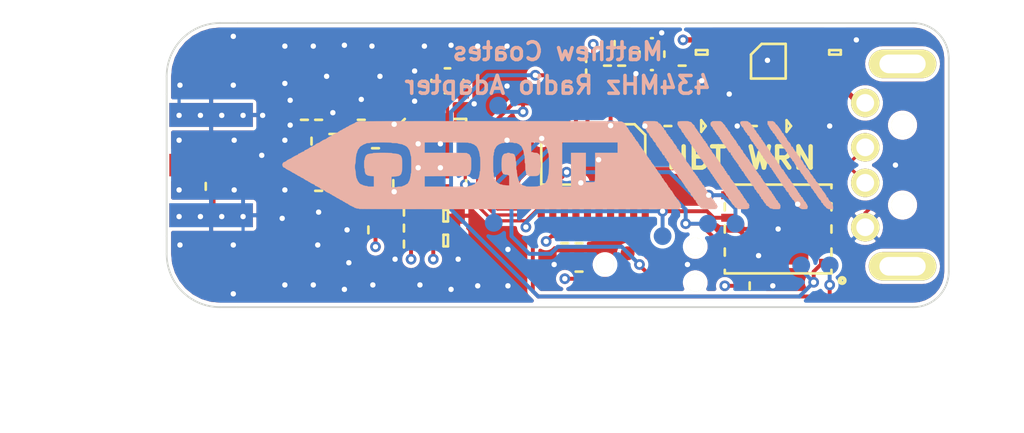
<source format=kicad_pcb>
(kicad_pcb (version 4) (host pcbnew 4.0.2-4+6225~38~ubuntu14.04.1-stable)
  (layers (0 F.Cu signal) (1 In1.Cu signal) (2 In2.Cu signal) (31 B.Cu signal) (34 B.Paste user) (35 F.Paste user) (36 B.SilkS user) (37 F.SilkS user) (38 B.Mask user) (39 F.Mask user) (44 Edge.Cuts user))
  (net 0 "")
  (net 1 "Net-(IC2-Pad3)")
  (net 2 "Net-(IC3-Pad7)")
  (net 3 "Net-(IC3-Pad9)")
  (net 4 "Net-(IC3-Pad10)")
  (net 5 "Net-(IC3-Pad16)")
  (net 6 "Net-(IC3-Pad17)")
  (net 7 "Net-(IC3-Pad19)")
  (net 8 "Net-(IC3-Pad20)")
  (net 9 "Net-(J1-Pad6)")
  (net 10 "Net-(J1-Pad5)")
  (net 11 GND)
  (net 12 "Net-(C1-Pad2)")
  (net 13 3v3)
  (net 14 "Net-(C2-Pad2)")
  (net 15 "Net-(C3-Pad1)")
  (net 16 "Net-(C3-Pad2)")
  (net 17 "Net-(C4-Pad1)")
  (net 18 "Net-(C4-Pad2)")
  (net 19 5v)
  (net 20 "Net-(C8-Pad1)")
  (net 21 "Net-(C9-Pad1)")
  (net 22 "Net-(C17-Pad2)")
  (net 23 "Net-(C18-Pad2)")
  (net 24 /~RST)
  (net 25 "Net-(D1-Pad1)")
  (net 26 /SPI1_NSS_FLASH)
  (net 27 /Radio_nIRQ)
  (net 28 /SPI1_NSS_RADIO)
  (net 29 /SPI1_SCK)
  (net 30 /SPI1_MISO)
  (net 31 /SPI1_MOSI)
  (net 32 /USB_DM)
  (net 33 /USB_DP)
  (net 34 /SWDIO)
  (net 35 /SWCLK)
  (net 36 "Net-(IC4-Pad3)")
  (net 37 /FLASH_RST)
  (net 38 "Net-(P2-Pad6)")
  (net 39 "Net-(D2-Pad2)")
  (net 40 "Net-(D3-Pad2)")
  (net 41 /STAT_HBT)
  (net 42 /STAT_WRN)
  (module agg:TSSOP20 (layer F.Cu) (at 156 101.4 270)
    (fp_text reference IC2)
    (fp_text value STM32F042F6P6)
    (pad 1 smd rect (at -2.875 -2.925 270) (size 1.35 0.4) (layers F.Cu F.Paste F.Mask) (net 11 GND))
    (pad 2 smd rect (at -2.875 -2.275 270) (size 1.35 0.4) (layers F.Cu F.Paste F.Mask) (net 22 "Net-(C17-Pad2)"))
    (pad 3 smd rect (at -2.875 -1.625 270) (size 1.35 0.4) (layers F.Cu F.Paste F.Mask) (net 1 "Net-(IC2-Pad3)"))
    (pad 4 smd rect (at -2.875 -0.975 270) (size 1.35 0.4) (layers F.Cu F.Paste F.Mask) (net 24 /~RST))
    (pad 5 smd rect (at -2.875 -0.325 270) (size 1.35 0.4) (layers F.Cu F.Paste F.Mask) (net 13 3v3))
    (pad 6 smd rect (at -2.875 0.325 270) (size 1.35 0.4) (layers F.Cu F.Paste F.Mask) (net 41 /STAT_HBT))
    (pad 7 smd rect (at -2.875 0.975 270) (size 1.35 0.4) (layers F.Cu F.Paste F.Mask) (net 42 /STAT_WRN))
    (pad 8 smd rect (at -2.875 1.625 270) (size 1.35 0.4) (layers F.Cu F.Paste F.Mask) (net 26 /SPI1_NSS_FLASH))
    (pad 9 smd rect (at -2.875 2.275 270) (size 1.35 0.4) (layers F.Cu F.Paste F.Mask) (net 27 /Radio_nIRQ))
    (pad 10 smd rect (at -2.875 2.925 270) (size 1.35 0.4) (layers F.Cu F.Paste F.Mask) (net 28 /SPI1_NSS_RADIO))
    (pad 11 smd rect (at 2.875 2.925 270) (size 1.35 0.4) (layers F.Cu F.Paste F.Mask) (net 29 /SPI1_SCK))
    (pad 12 smd rect (at 2.875 2.275 270) (size 1.35 0.4) (layers F.Cu F.Paste F.Mask) (net 30 /SPI1_MISO))
    (pad 13 smd rect (at 2.875 1.625 270) (size 1.35 0.4) (layers F.Cu F.Paste F.Mask) (net 31 /SPI1_MOSI))
    (pad 14 smd rect (at 2.875 0.975 270) (size 1.35 0.4) (layers F.Cu F.Paste F.Mask) (net 37 /FLASH_RST))
    (pad 15 smd rect (at 2.875 0.325 270) (size 1.35 0.4) (layers F.Cu F.Paste F.Mask) (net 11 GND))
    (pad 16 smd rect (at 2.875 -0.325 270) (size 1.35 0.4) (layers F.Cu F.Paste F.Mask) (net 13 3v3))
    (pad 17 smd rect (at 2.875 -0.975 270) (size 1.35 0.4) (layers F.Cu F.Paste F.Mask) (net 32 /USB_DM))
    (pad 18 smd rect (at 2.875 -1.625 270) (size 1.35 0.4) (layers F.Cu F.Paste F.Mask) (net 33 /USB_DP))
    (pad 19 smd rect (at 2.875 -2.275 270) (size 1.35 0.4) (layers F.Cu F.Paste F.Mask) (net 34 /SWDIO))
    (pad 20 smd rect (at 2.875 -2.925 270) (size 1.35 0.4) (layers F.Cu F.Paste F.Mask) (net 35 /SWCLK))
  )
  (module agg:MSOP-8 (layer F.Cu) (at 165.85 96.15)
    (fp_text reference IC1)
    (fp_text value ADP3335)
    (pad 1 smd rect (at -2.2 -0.975) (size 1.45 0.45) (layers F.Cu F.Paste F.Mask) (net 13 3v3))
    (pad 2 smd rect (at -2.2 -0.325) (size 1.45 0.45) (layers F.Cu F.Paste F.Mask) (net 13 3v3))
    (pad 3 smd rect (at -2.2 0.325) (size 1.45 0.45) (layers F.Cu F.Paste F.Mask) (net 13 3v3))
    (pad 4 smd rect (at -2.2 0.975) (size 1.45 0.45) (layers F.Cu F.Paste F.Mask) (net 11 GND))
    (pad 5 smd rect (at 2.2 0.975) (size 1.45 0.45) (layers F.Cu F.Paste F.Mask) (net 14 "Net-(C2-Pad2)"))
    (pad 6 smd rect (at 2.2 0.325) (size 1.45 0.45) (layers F.Cu F.Paste F.Mask) (net 19 5v))
    (pad 7 smd rect (at 2.2 -0.325) (size 1.45 0.45) (layers F.Cu F.Paste F.Mask) (net 19 5v))
    (pad 8 smd rect (at 2.2 -0.975) (size 1.45 0.45) (layers F.Cu F.Paste F.Mask) (net 19 5v))
  )
  (module agg:QFN-20-EP-SI (layer F.Cu) (at 146.8 101.45)
    (fp_text reference IC3)
    (fp_text value Si4460)
    (pad 1 smd rect (at -2 -1) (size 0.75 0.3) (layers F.Cu F.Paste F.Mask) (net 11 GND))
    (pad 2 smd rect (at -2 -0.5) (size 0.75 0.3) (layers F.Cu F.Paste F.Mask) (net 12 "Net-(C1-Pad2)"))
    (pad 3 smd rect (at -2 0) (size 0.75 0.3) (layers F.Cu F.Paste F.Mask) (net 15 "Net-(C3-Pad1)"))
    (pad 4 smd rect (at -2 0.5) (size 0.75 0.3) (layers F.Cu F.Paste F.Mask) (net 17 "Net-(C4-Pad1)"))
    (pad 5 smd rect (at -2 1) (size 0.75 0.3) (layers F.Cu F.Paste F.Mask) (net 11 GND))
    (pad 6 smd rect (at -1 2) (size 0.3 0.75) (layers F.Cu F.Paste F.Mask) (net 13 3v3))
    (pad 7 smd rect (at -0.5 2) (size 0.3 0.75) (layers F.Cu F.Paste F.Mask) (net 2 "Net-(IC3-Pad7)"))
    (pad 8 smd rect (at 0 2) (size 0.3 0.75) (layers F.Cu F.Paste F.Mask) (net 13 3v3))
    (pad 9 smd rect (at 0.5 2) (size 0.3 0.75) (layers F.Cu F.Paste F.Mask) (net 3 "Net-(IC3-Pad9)"))
    (pad 10 smd rect (at 1 2) (size 0.3 0.75) (layers F.Cu F.Paste F.Mask) (net 4 "Net-(IC3-Pad10)"))
    (pad 11 smd rect (at 2 1) (size 0.75 0.3) (layers F.Cu F.Paste F.Mask) (net 27 /Radio_nIRQ))
    (pad 12 smd rect (at 2 0.5) (size 0.75 0.3) (layers F.Cu F.Paste F.Mask) (net 29 /SPI1_SCK))
    (pad 13 smd rect (at 2 0) (size 0.75 0.3) (layers F.Cu F.Paste F.Mask) (net 30 /SPI1_MISO))
    (pad 14 smd rect (at 2 -0.5) (size 0.75 0.3) (layers F.Cu F.Paste F.Mask) (net 31 /SPI1_MOSI))
    (pad 15 smd rect (at 2 -1) (size 0.75 0.3) (layers F.Cu F.Paste F.Mask) (net 28 /SPI1_NSS_RADIO))
    (pad 16 smd rect (at 1 -2) (size 0.3 0.75) (layers F.Cu F.Paste F.Mask) (net 5 "Net-(IC3-Pad16)"))
    (pad 17 smd rect (at 0.5 -2) (size 0.3 0.75) (layers F.Cu F.Paste F.Mask) (net 6 "Net-(IC3-Pad17)"))
    (pad 18 smd rect (at 0 -2) (size 0.3 0.75) (layers F.Cu F.Paste F.Mask) (net 11 GND))
    (pad 19 smd rect (at -0.5 -2) (size 0.3 0.75) (layers F.Cu F.Paste F.Mask) (net 7 "Net-(IC3-Pad19)"))
    (pad 20 smd rect (at -1 -2) (size 0.3 0.75) (layers F.Cu F.Paste F.Mask) (net 8 "Net-(IC3-Pad20)"))
    (pad EP smd rect (at -0.65 -0.65) (size 1.1 1.1) (layers F.Cu F.Paste) (net 11 GND))
    (pad EP smd rect (at -0.65 0.65) (size 1.1 1.1) (layers F.Cu F.Paste) (net 11 GND))
    (pad EP smd rect (at 0.65 -0.65) (size 1.1 1.1) (layers F.Cu F.Paste) (net 11 GND))
    (pad EP smd rect (at 0.65 0.65) (size 1.1 1.1) (layers F.Cu F.Paste) (net 11 GND))
    (pad EP smd rect (at 0 0) (size 2.6 2.6) (layers F.Cu F.Mask) (net 11 GND))
  )
  (module "agg:MOLEX  48037-0001" (layer F.Cu) (at 173.4 102 90)
    (fp_text reference J1)
    (fp_text value USB-PLUG)
    (pad 6 thru_hole oval (at -5.7 0 90) (size 1.6 3.8) (drill oval 1.05 2.6) (layers *.Cu *.Mask F.SilkS) (net 9 "Net-(J1-Pad6)"))
    (pad 5 thru_hole oval (at 5.7 0 90) (size 1.6 3.8) (drill oval 1.05 2.6) (layers *.Cu *.Mask F.SilkS) (net 10 "Net-(J1-Pad5)"))
    (pad "" np_thru_hole circle (at -2.25 0 90) (size 1.25 1.25) (drill 1.25) (layers *.Cu *.Mask F.SilkS))
    (pad "" np_thru_hole circle (at 2.25 0 90) (size 1.25 1.25) (drill 1.25) (layers *.Cu *.Mask F.SilkS))
    (pad 3 thru_hole circle (at -1 -2.1 90) (size 1.6 1.6) (drill 1) (layers *.Cu *.Mask F.SilkS) (net 33 /USB_DP))
    (pad 2 thru_hole circle (at 1 -2.1 90) (size 1.6 1.6) (drill 1) (layers *.Cu *.Mask F.SilkS) (net 32 /USB_DM))
    (pad 1 thru_hole circle (at 3.5 -2.1 90) (size 1.6 1.6) (drill 1) (layers *.Cu *.Mask F.SilkS) (net 19 5v))
    (pad 4 thru_hole circle (at -3.5 -2.1 90) (size 1.6 1.6) (drill 1) (layers *.Cu *.Mask F.SilkS) (net 11 GND))
  )
  (module Library:SMA-J-P-H-ST-EM1 (layer F.Cu) (at 132.15 102 270)
    (fp_text reference P1)
    (fp_text value SMA)
    (pad 1 smd rect (at 0 -2.1 270) (size 1.27 4.2) (layers F.Cu F.Paste F.Mask) (net 25 "Net-(D1-Pad1)"))
    (pad 2 smd rect (at -2.825 -2.35 270) (size 1.35 4.7) (layers F.Cu F.Paste F.Mask) (net 11 GND))
    (pad 3 smd rect (at 2.825 -2.35 270) (size 1.35 4.7) (layers F.Cu F.Paste F.Mask) (net 11 GND))
    (pad 4 smd rect (at -2.825 -2.35 270) (size 1.35 4.7) (layers B.Cu B.Adhes B.Mask) (net 11 GND))
    (pad 5 smd rect (at 2.825 -2.35 270) (size 1.35 4.7) (layers B.Cu B.Adhes B.Mask) (net 11 GND))
  )
  (module agg:0402-L (layer F.Cu) (at 142.95 99.45 270)
    (fp_text reference C1)
    (fp_text value 5.1pF)
    (pad 1 smd rect (at -0.4 0 270) (size 0.52 0.52) (layers F.Cu F.Paste F.Mask) (net 11 GND))
    (pad 2 smd rect (at 0.4 0 270) (size 0.52 0.52) (layers F.Cu F.Paste F.Mask) (net 12 "Net-(C1-Pad2)"))
  )
  (module agg:0402-L (layer F.Cu) (at 165.85 98.4)
    (fp_text reference C2)
    (fp_text value 1nF)
    (pad 1 smd rect (at -0.4 0) (size 0.52 0.52) (layers F.Cu F.Paste F.Mask) (net 13 3v3))
    (pad 2 smd rect (at 0.4 0) (size 0.52 0.52) (layers F.Cu F.Paste F.Mask) (net 14 "Net-(C2-Pad2)"))
  )
  (module agg:0402-L (layer F.Cu) (at 142.55 101.45 180)
    (fp_text reference C3)
    (fp_text value 2.7pF)
    (pad 1 smd rect (at -0.4 0 180) (size 0.52 0.52) (layers F.Cu F.Paste F.Mask) (net 15 "Net-(C3-Pad1)"))
    (pad 2 smd rect (at 0.4 0 180) (size 0.52 0.52) (layers F.Cu F.Paste F.Mask) (net 16 "Net-(C3-Pad2)"))
  )
  (module agg:0402-L (layer F.Cu) (at 143.35 102.250001 180)
    (fp_text reference C4)
    (fp_text value 18pF)
    (pad 1 smd rect (at -0.4 0 180) (size 0.52 0.52) (layers F.Cu F.Paste F.Mask) (net 17 "Net-(C4-Pad1)"))
    (pad 2 smd rect (at 0.4 0 180) (size 0.52 0.52) (layers F.Cu F.Paste F.Mask) (net 18 "Net-(C4-Pad2)"))
  )
  (module agg:0603-L (layer F.Cu) (at 169.6 95.65 90)
    (fp_text reference C5)
    (fp_text value 2.2uF)
    (pad 1 smd rect (at -0.7 0 90) (size 0.75 0.9) (layers F.Cu F.Paste F.Mask) (net 19 5v))
    (pad 2 smd rect (at 0.7 0 90) (size 0.75 0.9) (layers F.Cu F.Paste F.Mask) (net 11 GND))
  )
  (module agg:0603-L (layer F.Cu) (at 162.1 95.65 270)
    (fp_text reference C6)
    (fp_text value 2.2uF)
    (pad 1 smd rect (at -0.7 0 270) (size 0.75 0.9) (layers F.Cu F.Paste F.Mask) (net 13 3v3))
    (pad 2 smd rect (at 0.7 0 270) (size 0.75 0.9) (layers F.Cu F.Paste F.Mask) (net 11 GND))
  )
  (module agg:0402-L (layer F.Cu) (at 140.55 103.45 270)
    (fp_text reference C7)
    (fp_text value 8.2pF)
    (pad 1 smd rect (at -0.4 0 270) (size 0.52 0.52) (layers F.Cu F.Paste F.Mask) (net 16 "Net-(C3-Pad2)"))
    (pad 2 smd rect (at 0.4 0 270) (size 0.52 0.52) (layers F.Cu F.Paste F.Mask) (net 11 GND))
  )
  (module agg:0402-L (layer F.Cu) (at 141.35 100.250001 90)
    (fp_text reference C8)
    (fp_text value 15pF)
    (pad 1 smd rect (at -0.4 0 90) (size 0.52 0.52) (layers F.Cu F.Paste F.Mask) (net 20 "Net-(C8-Pad1)"))
    (pad 2 smd rect (at 0.4 0 90) (size 0.52 0.52) (layers F.Cu F.Paste F.Mask) (net 11 GND))
  )
  (module agg:0402-L (layer F.Cu) (at 140.55 99.450001 90)
    (fp_text reference C9)
    (fp_text value 8.2pF)
    (pad 1 smd rect (at -0.4 0 90) (size 0.52 0.52) (layers F.Cu F.Paste F.Mask) (net 21 "Net-(C9-Pad1)"))
    (pad 2 smd rect (at 0.4 0 90) (size 0.52 0.52) (layers F.Cu F.Paste F.Mask) (net 11 GND))
  )
  (module agg:0402-L (layer F.Cu) (at 143.35 105.65 180)
    (fp_text reference C10)
    (fp_text value 100nF)
    (pad 1 smd rect (at -0.4 0 180) (size 0.52 0.52) (layers F.Cu F.Paste F.Mask) (net 13 3v3))
    (pad 2 smd rect (at 0.4 0 180) (size 0.52 0.52) (layers F.Cu F.Paste F.Mask) (net 11 GND))
  )
  (module agg:0603-L (layer F.Cu) (at 147.7 106.25)
    (fp_text reference C11)
    (fp_text value 2.2uF)
    (pad 1 smd rect (at -0.7 0) (size 0.75 0.9) (layers F.Cu F.Paste F.Mask) (net 13 3v3))
    (pad 2 smd rect (at 0.7 0) (size 0.75 0.9) (layers F.Cu F.Paste F.Mask) (net 11 GND))
  )
  (module agg:0603-L (layer F.Cu) (at 147.7 104.85)
    (fp_text reference C12)
    (fp_text value 1uF)
    (pad 1 smd rect (at -0.7 0) (size 0.75 0.9) (layers F.Cu F.Paste F.Mask) (net 13 3v3))
    (pad 2 smd rect (at 0.7 0) (size 0.75 0.9) (layers F.Cu F.Paste F.Mask) (net 11 GND))
  )
  (module agg:0402-L (layer F.Cu) (at 145.35 106.45 180)
    (fp_text reference C13)
    (fp_text value 100nF)
    (pad 1 smd rect (at -0.4 0 180) (size 0.52 0.52) (layers F.Cu F.Paste F.Mask) (net 13 3v3))
    (pad 2 smd rect (at 0.4 0 180) (size 0.52 0.52) (layers F.Cu F.Paste F.Mask) (net 11 GND))
  )
  (module agg:0402-L (layer F.Cu) (at 145.35 104.65 180)
    (fp_text reference C14)
    (fp_text value 100pF)
    (pad 1 smd rect (at -0.4 0 180) (size 0.52 0.52) (layers F.Cu F.Paste F.Mask) (net 13 3v3))
    (pad 2 smd rect (at 0.4 0 180) (size 0.52 0.52) (layers F.Cu F.Paste F.Mask) (net 11 GND))
  )
  (module agg:0402-L (layer F.Cu) (at 145.35 105.55 180)
    (fp_text reference C15)
    (fp_text value 220pF)
    (pad 1 smd rect (at -0.4 0 180) (size 0.52 0.52) (layers F.Cu F.Paste F.Mask) (net 13 3v3))
    (pad 2 smd rect (at 0.4 0 180) (size 0.52 0.52) (layers F.Cu F.Paste F.Mask) (net 11 GND))
  )
  (module agg:0402-L (layer F.Cu) (at 164.8 108.8)
    (fp_text reference C16)
    (fp_text value 100nF)
    (pad 1 smd rect (at -0.4 0) (size 0.52 0.52) (layers F.Cu F.Paste F.Mask) (net 13 3v3))
    (pad 2 smd rect (at 0.4 0) (size 0.52 0.52) (layers F.Cu F.Paste F.Mask) (net 11 GND))
  )
  (module agg:0402-L (layer F.Cu) (at 161 96.4 270)
    (fp_text reference C17)
    (fp_text value 8pF)
    (pad 1 smd rect (at -0.4 0 270) (size 0.52 0.52) (layers F.Cu F.Paste F.Mask) (net 11 GND))
    (pad 2 smd rect (at 0.4 0 270) (size 0.52 0.52) (layers F.Cu F.Paste F.Mask) (net 22 "Net-(C17-Pad2)"))
  )
  (module agg:0402-L (layer F.Cu) (at 157.2 95.2)
    (fp_text reference C18)
    (fp_text value 8pF)
    (pad 1 smd rect (at -0.4 0) (size 0.52 0.52) (layers F.Cu F.Paste F.Mask) (net 11 GND))
    (pad 2 smd rect (at 0.4 0) (size 0.52 0.52) (layers F.Cu F.Paste F.Mask) (net 23 "Net-(C18-Pad2)"))
  )
  (module agg:0402-L (layer F.Cu) (at 155.6 96.8 180)
    (fp_text reference C19)
    (fp_text value 100nF)
    (pad 1 smd rect (at -0.4 0 180) (size 0.52 0.52) (layers F.Cu F.Paste F.Mask) (net 13 3v3))
    (pad 2 smd rect (at 0.4 0 180) (size 0.52 0.52) (layers F.Cu F.Paste F.Mask) (net 11 GND))
  )
  (module agg:0402-L (layer F.Cu) (at 155.2 106.4 270)
    (fp_text reference C20)
    (fp_text value 100nF)
    (pad 1 smd rect (at -0.4 0 270) (size 0.52 0.52) (layers F.Cu F.Paste F.Mask) (net 13 3v3))
    (pad 2 smd rect (at 0.4 0 270) (size 0.52 0.52) (layers F.Cu F.Paste F.Mask) (net 11 GND))
  )
  (module agg:0402-L (layer F.Cu) (at 155.6 96 180)
    (fp_text reference C21)
    (fp_text value 1uF)
    (pad 1 smd rect (at -0.4 0 180) (size 0.52 0.52) (layers F.Cu F.Paste F.Mask) (net 13 3v3))
    (pad 2 smd rect (at 0.4 0 180) (size 0.52 0.52) (layers F.Cu F.Paste F.Mask) (net 11 GND))
  )
  (module agg:0402-L (layer F.Cu) (at 154.4 106.4 270)
    (fp_text reference C22)
    (fp_text value 4.7uF)
    (pad 1 smd rect (at -0.4 0 270) (size 0.52 0.52) (layers F.Cu F.Paste F.Mask) (net 13 3v3))
    (pad 2 smd rect (at 0.4 0 270) (size 0.52 0.52) (layers F.Cu F.Paste F.Mask) (net 11 GND))
  )
  (module agg:0402-L (layer F.Cu) (at 155.2 108 90)
    (fp_text reference C23)
    (fp_text value 100nF)
    (pad 1 smd rect (at -0.4 0 90) (size 0.52 0.52) (layers F.Cu F.Paste F.Mask) (net 13 3v3))
    (pad 2 smd rect (at 0.4 0 90) (size 0.52 0.52) (layers F.Cu F.Paste F.Mask) (net 11 GND))
  )
  (module agg:0402-L (layer F.Cu) (at 156.8 96.4 90)
    (fp_text reference C24)
    (fp_text value 100nF)
    (pad 1 smd rect (at -0.4 0 90) (size 0.52 0.52) (layers F.Cu F.Paste F.Mask) (net 24 /~RST))
    (pad 2 smd rect (at 0.4 0 90) (size 0.52 0.52) (layers F.Cu F.Paste F.Mask) (net 11 GND))
  )
  (module agg:0402-L (layer F.Cu) (at 134.2 103.2)
    (fp_text reference D1)
    (fp_text value ESD_DIODE)
    (pad 1 smd rect (at -0.4 0) (size 0.52 0.52) (layers F.Cu F.Paste F.Mask) (net 25 "Net-(D1-Pad1)"))
    (pad 2 smd rect (at 0.4 0) (size 0.52 0.52) (layers F.Cu F.Paste F.Mask) (net 11 GND))
  )
  (module agg:0402-L (layer F.Cu) (at 143.75 101.05 90)
    (fp_text reference L1)
    (fp_text value 56nH)
    (pad 1 smd rect (at -0.4 0 90) (size 0.52 0.52) (layers F.Cu F.Paste F.Mask) (net 15 "Net-(C3-Pad1)"))
    (pad 2 smd rect (at 0.4 0 90) (size 0.52 0.52) (layers F.Cu F.Paste F.Mask) (net 12 "Net-(C1-Pad2)"))
  )
  (module agg:0402-L (layer F.Cu) (at 142.55 100.65 180)
    (fp_text reference L2)
    (fp_text value 56nH)
    (pad 1 smd rect (at -0.4 0 180) (size 0.52 0.52) (layers F.Cu F.Paste F.Mask) (net 12 "Net-(C1-Pad2)"))
    (pad 2 smd rect (at 0.4 0 180) (size 0.52 0.52) (layers F.Cu F.Paste F.Mask) (net 16 "Net-(C3-Pad2)"))
  )
  (module agg:0402-L (layer F.Cu) (at 140.55 101.85 90)
    (fp_text reference L3)
    (fp_text value 18nH)
    (pad 1 smd rect (at -0.4 0 90) (size 0.52 0.52) (layers F.Cu F.Paste F.Mask) (net 16 "Net-(C3-Pad2)"))
    (pad 2 smd rect (at 0.4 0 90) (size 0.52 0.52) (layers F.Cu F.Paste F.Mask) (net 20 "Net-(C8-Pad1)"))
  )
  (module agg:0402-L (layer F.Cu) (at 140.15 100.65 180)
    (fp_text reference L4)
    (fp_text value 18nH)
    (pad 1 smd rect (at -0.4 0 180) (size 0.52 0.52) (layers F.Cu F.Paste F.Mask) (net 20 "Net-(C8-Pad1)"))
    (pad 2 smd rect (at 0.4 0 180) (size 0.52 0.52) (layers F.Cu F.Paste F.Mask) (net 21 "Net-(C9-Pad1)"))
  )
  (module agg:0402-L (layer F.Cu) (at 141.75 102.25 180)
    (fp_text reference L5)
    (fp_text value 56nH)
    (pad 1 smd rect (at -0.4 0 180) (size 0.52 0.52) (layers F.Cu F.Paste F.Mask) (net 18 "Net-(C4-Pad2)"))
    (pad 2 smd rect (at 0.4 0 180) (size 0.52 0.52) (layers F.Cu F.Paste F.Mask) (net 16 "Net-(C3-Pad2)"))
  )
  (module agg:0603-L (layer F.Cu) (at 143.55 103.95 270)
    (fp_text reference L6)
    (fp_text value 220nH)
    (pad 1 smd rect (at -0.7 0 270) (size 0.75 0.9) (layers F.Cu F.Paste F.Mask) (net 17 "Net-(C4-Pad1)"))
    (pad 2 smd rect (at 0.7 0 270) (size 0.75 0.9) (layers F.Cu F.Paste F.Mask) (net 13 3v3))
  )
  (module agg:TC2030-NL (layer F.Cu) (at 159.2 107.6)
    (fp_text reference P2)
    (fp_text value SWD_TC)
    (pad 1 smd circle (at -1.27 0.64) (size 0.787 0.787) (layers F.Cu F.Mask) (net 13 3v3))
    (pad 2 smd circle (at -1.27 -0.63) (size 0.787 0.787) (layers F.Cu F.Mask) (net 34 /SWDIO))
    (pad 3 smd circle (at 0 0.64) (size 0.787 0.787) (layers F.Cu F.Mask) (net 24 /~RST))
    (pad 4 smd circle (at 0 -0.63) (size 0.787 0.787) (layers F.Cu F.Mask) (net 35 /SWCLK))
    (pad 5 smd circle (at 1.27 0.64) (size 0.787 0.787) (layers F.Cu F.Mask) (net 11 GND))
    (pad 6 smd circle (at 1.27 -0.63) (size 0.787 0.787) (layers F.Cu F.Mask) (net 38 "Net-(P2-Pad6)"))
    (pad "" np_thru_hole circle (at -2.54 0.005) (size 1 1) (drill 1) (layers *.Cu *.Mask F.SilkS))
    (pad "" np_thru_hole circle (at 2.54 1.021) (size 1 1) (drill 1) (layers *.Cu *.Mask F.SilkS))
    (pad "" np_thru_hole circle (at 2.54 -1.011) (size 1 1) (drill 1) (layers *.Cu *.Mask F.SilkS))
  )
  (module agg:0402-L (layer F.Cu) (at 139.75 99.45 90)
    (fp_text reference R1)
    (fp_text value 0R)
    (pad 1 smd rect (at -0.4 0 90) (size 0.52 0.52) (layers F.Cu F.Paste F.Mask) (net 21 "Net-(C9-Pad1)"))
    (pad 2 smd rect (at 0.4 0 90) (size 0.52 0.52) (layers F.Cu F.Paste F.Mask) (net 25 "Net-(D1-Pad1)"))
  )
  (module agg:0402-L (layer F.Cu) (at 157.6 96.4 270)
    (fp_text reference R2)
    (fp_text value 100R)
    (pad 1 smd rect (at -0.4 0 270) (size 0.52 0.52) (layers F.Cu F.Paste F.Mask) (net 23 "Net-(C18-Pad2)"))
    (pad 2 smd rect (at 0.4 0 270) (size 0.52 0.52) (layers F.Cu F.Paste F.Mask) (net 1 "Net-(IC2-Pad3)"))
  )
  (module agg:XTAL-20x16 (layer F.Cu) (at 147.8 97.25 270)
    (fp_text reference Y1)
    (fp_text value 30MHz)
    (pad 1 smd rect (at -0.575 -0.725 180) (size 0.95 0.85) (layers F.Cu F.Paste F.Mask) (net 5 "Net-(IC3-Pad16)"))
    (pad 2 smd rect (at -0.575 0.725 180) (size 0.95 0.85) (layers F.Cu F.Paste F.Mask) (net 11 GND))
    (pad 3 smd rect (at 0.575 0.725 180) (size 0.95 0.85) (layers F.Cu F.Paste F.Mask) (net 6 "Net-(IC3-Pad17)"))
    (pad 4 smd rect (at 0.575 -0.725 180) (size 0.95 0.85) (layers F.Cu F.Paste F.Mask) (net 11 GND))
  )
  (module agg:XTAL-20x16 (layer F.Cu) (at 159.3 95.75 180)
    (fp_text reference Y2)
    (fp_text value 26MHz)
    (pad 1 smd rect (at -0.575 -0.725 90) (size 0.95 0.85) (layers F.Cu F.Paste F.Mask) (net 22 "Net-(C17-Pad2)"))
    (pad 2 smd rect (at -0.575 0.725 90) (size 0.95 0.85) (layers F.Cu F.Paste F.Mask) (net 11 GND))
    (pad 3 smd rect (at 0.575 0.725 90) (size 0.95 0.85) (layers F.Cu F.Paste F.Mask) (net 23 "Net-(C18-Pad2)"))
    (pad 4 smd rect (at 0.575 -0.725 90) (size 0.95 0.85) (layers F.Cu F.Paste F.Mask) (net 11 GND))
  )
  (module agg:0603-LED (layer F.Cu) (at 162.2 99.8 180)
    (fp_text reference D2)
    (fp_text value LED)
    (pad 1 smd rect (at -0.8 0 180) (size 0.95 1) (layers F.Cu F.Paste F.Mask) (net 11 GND))
    (pad 2 smd rect (at 0.8 0 180) (size 0.95 1) (layers F.Cu F.Paste F.Mask) (net 39 "Net-(D2-Pad2)"))
  )
  (module agg:0603-LED (layer F.Cu) (at 167 99.8 180)
    (fp_text reference D3)
    (fp_text value LED)
    (pad 1 smd rect (at -0.8 0 180) (size 0.95 1) (layers F.Cu F.Paste F.Mask) (net 11 GND))
    (pad 2 smd rect (at 0.8 0 180) (size 0.95 1) (layers F.Cu F.Paste F.Mask) (net 40 "Net-(D3-Pad2)"))
  )
  (module agg:0402-L (layer F.Cu) (at 160.2 99.8 90)
    (fp_text reference R3)
    (fp_text value 1k)
    (pad 1 smd rect (at -0.4 0 90) (size 0.52 0.52) (layers F.Cu F.Paste F.Mask) (net 41 /STAT_HBT))
    (pad 2 smd rect (at 0.4 0 90) (size 0.52 0.52) (layers F.Cu F.Paste F.Mask) (net 39 "Net-(D2-Pad2)"))
  )
  (module agg:0402-L (layer F.Cu) (at 165 99.8 90)
    (fp_text reference R4)
    (fp_text value 1k)
    (pad 1 smd rect (at -0.4 0 90) (size 0.52 0.52) (layers F.Cu F.Paste F.Mask) (net 42 /STAT_WRN))
    (pad 2 smd rect (at 0.4 0 90) (size 0.52 0.52) (layers F.Cu F.Paste F.Mask) (net 40 "Net-(D3-Pad2)"))
  )
  (module Library:BMI-S-201-F (layer F.Cu) (at 138.15 109.25)
    (fp_text reference X1)
    (fp_text value "RF Frame")
  )
  (module Library:Rocket (layer B.Cu) (at 154 102.2 270)
    (fp_text reference G*** hide)
    (fp_text value LOGO hide)
  )
  (module agg:S25FL127S (layer F.Cu) (at 166.4 105.6 90)
    (fp_text reference IC4)
    (fp_text value S25FL127S)
    (pad 9 smd rect (at 0 0 180) (size 3.4 4) (layers F.Cu F.Paste F.Mask) (net 11 GND))
    (pad 1 smd rect (at -1.905 2.75) (size 0.9 0.45) (layers F.Cu F.Paste F.Mask) (net 26 /SPI1_NSS_FLASH))
    (pad 2 smd rect (at -0.635 2.75) (size 0.9 0.45) (layers F.Cu F.Paste F.Mask) (net 30 /SPI1_MISO))
    (pad 3 smd rect (at 0.635 2.75) (size 0.9 0.45) (layers F.Cu F.Paste F.Mask) (net 36 "Net-(IC4-Pad3)"))
    (pad 4 smd rect (at 1.905 2.75) (size 0.9 0.45) (layers F.Cu F.Paste F.Mask) (net 11 GND))
    (pad 5 smd rect (at 1.905 -2.75) (size 0.9 0.45) (layers F.Cu F.Paste F.Mask) (net 31 /SPI1_MOSI))
    (pad 6 smd rect (at 0.635 -2.75) (size 0.9 0.45) (layers F.Cu F.Paste F.Mask) (net 29 /SPI1_SCK))
    (pad 7 smd rect (at -0.635 -2.75) (size 0.9 0.45) (layers F.Cu F.Paste F.Mask) (net 37 /FLASH_RST))
    (pad 8 smd rect (at -1.905 -2.75) (size 0.9 0.45) (layers F.Cu F.Paste F.Mask) (net 13 3v3))
  )
  (module agg:TESTPAD (layer B.Cu) (at 159.9 106)
    (fp_text reference TP2 hide)
    (fp_text value TESTPAD hide)
    (pad 1 smd circle (at 0 0) (size 1 1) (layers B.Cu B.Mask) (net 29 /SPI1_SCK))
  )
  (module agg:TESTPAD (layer B.Cu) (at 169.3 107.65)
    (fp_text reference TP3 hide)
    (fp_text value TESTPAD hide)
    (pad 1 smd circle (at 0 0) (size 1 1) (layers B.Cu B.Mask) (net 30 /SPI1_MISO))
  )
  (module agg:TESTPAD (layer B.Cu) (at 150.4 105.25)
    (fp_text reference TP4 hide)
    (fp_text value TESTPAD hide)
    (pad 1 smd circle (at 0 0) (size 1 1) (layers B.Cu B.Mask) (net 27 /Radio_nIRQ))
  )
  (module agg:TESTPAD (layer B.Cu) (at 150.65 98.65)
    (fp_text reference TP5 hide)
    (fp_text value TESTPAD hide)
    (pad 1 smd circle (at 0 0) (size 1 1) (layers B.Cu B.Mask) (net 28 /SPI1_NSS_RADIO))
  )
  (module agg:TESTPAD (layer B.Cu) (at 164 105.3)
    (fp_text reference TP6 hide)
    (fp_text value TESTPAD hide)
    (pad 1 smd circle (at 0 0) (size 1 1) (layers B.Cu B.Mask) (net 31 /SPI1_MOSI))
  )
  (module agg:TESTPAD (layer B.Cu) (at 167.7 107.65)
    (fp_text reference TP7 hide)
    (fp_text value TESTPAD hide)
    (pad 1 smd circle (at 0 0) (size 1 1) (layers B.Cu B.Mask) (net 26 /SPI1_NSS_FLASH))
  )
  (module agg:TESTPAD (layer B.Cu) (at 162.45 105.3)
    (fp_text reference TP9 hide)
    (fp_text value TESTPAD hide)
    (pad 1 smd circle (at 0 0) (size 1 1) (layers B.Cu B.Mask) (net 37 /FLASH_RST))
  )
  (gr_line (start 164.8 108.61) (end 164.8 108.990001) (layer F.SilkS) (width 0.15))
  (gr_circle (center 170.05 108.5) (end 170 108.5) (layer F.SilkS) (width 0.15))
  (gr_circle (center 170 108.5) (end 170.05 108.5) (layer F.SilkS) (width 0.15))
  (gr_circle (center 170 108.5) (end 170.15 108.6) (layer F.SilkS) (width 0.15))
  (gr_text "434MHz Radio Adapter" (at 154 97.5) (layer B.SilkS) (effects (font (size 1 1) (thickness 0.2)) (justify mirror)))
  (gr_text "Matthew Coates" (at 154 95.6) (layer B.SilkS) (effects (font (size 1 1) (thickness 0.2)) (justify mirror)))
  (gr_line (start 142.55 100.840001) (end 142.55 100.46) (layer F.SilkS) (width 0.15))
  (gr_line (start 135 110) (end 136 110) (layer Edge.Cuts) (width 0.1))
  (gr_line (start 132 106) (end 132 107) (layer Edge.Cuts) (width 0.1))
  (gr_arc (start 135 107) (end 135 110) (angle 90) (layer Edge.Cuts) (width 0.1))
  (gr_line (start 132 97) (end 132 98) (layer Edge.Cuts) (width 0.1))
  (gr_line (start 135 94) (end 136 94) (layer Edge.Cuts) (width 0.1))
  (gr_arc (start 135 97) (end 132 97) (angle 90) (layer Edge.Cuts) (width 0.1))
  (gr_line (start 176 108) (end 176 96) (layer Edge.Cuts) (width 0.1))
  (gr_arc (start 174 108) (end 176 108) (angle 90) (layer Edge.Cuts) (width 0.1))
  (gr_arc (start 174 96) (end 174 94) (angle 90) (layer Edge.Cuts) (width 0.1))
  (gr_line (start 174 94) (end 136 94) (layer Edge.Cuts) (width 0.1))
  (gr_line (start 136 110) (end 174 110) (layer Edge.Cuts) (width 0.1))
  (gr_line (start 132 98) (end 132 106) (layer Edge.Cuts) (width 0.1))
  (gr_line (start 161.19 96.4) (end 160.809998 96.4) (layer F.SilkS) (width 0.15))
  (gr_line (start 165.2 99.8) (end 164.819998 99.8) (layer F.SilkS) (width 0.15))
  (gr_line (start 157.2 95.400001) (end 157.2 95.02) (layer F.SilkS) (width 0.15))
  (gr_line (start 157.409999 96.4) (end 157.79 96.4) (layer F.SilkS) (width 0.15))
  (gr_line (start 156.609999 96.4) (end 156.99 96.4) (layer F.SilkS) (width 0.15))
  (gr_line (start 155.6 95.81) (end 155.6 96.190001) (layer F.SilkS) (width 0.15))
  (gr_line (start 155.6 96.62) (end 155.6 97.000001) (layer F.SilkS) (width 0.15))
  (gr_line (start 160.390001 99.8) (end 160.01 99.8) (layer F.SilkS) (width 0.15))
  (gr_line (start 155.390001 108) (end 155.01 108) (layer F.SilkS) (width 0.15))
  (gr_line (start 155.390001 106.4) (end 155.01 106.4) (layer F.SilkS) (width 0.15))
  (gr_line (start 154.590001 106.4) (end 154.21 106.4) (layer F.SilkS) (width 0.15))
  (gr_line (start 134.2 103.390001) (end 134.2 103.01) (layer F.SilkS) (width 0.15))
  (gr_line (start 145.35 104.840001) (end 145.35 104.46) (layer F.SilkS) (width 0.15))
  (gr_line (start 145.35 106.640001) (end 145.35 106.26) (layer F.SilkS) (width 0.15))
  (gr_line (start 145.35 105.740001) (end 145.35 105.36) (layer F.SilkS) (width 0.15))
  (gr_line (start 143.35 105.840001) (end 143.35 105.46) (layer F.SilkS) (width 0.15))
  (gr_line (start 140.359999 103.45) (end 140.74 103.45) (layer F.SilkS) (width 0.15))
  (gr_line (start 139.559999 99.45) (end 139.94 99.45) (layer F.SilkS) (width 0.15))
  (gr_line (start 140.359999 99.45) (end 140.74 99.45) (layer F.SilkS) (width 0.15))
  (gr_line (start 141.159999 100.25) (end 141.54 100.25) (layer F.SilkS) (width 0.15))
  (gr_line (start 140.15 100.459999) (end 140.15 100.84) (layer F.SilkS) (width 0.15))
  (gr_line (start 140.740001 101.85) (end 140.36 101.85) (layer F.SilkS) (width 0.15))
  (gr_line (start 141.75 102.44) (end 141.75 102.059999) (layer F.SilkS) (width 0.15))
  (gr_line (start 143.35 102.44) (end 143.35 102.059999) (layer F.SilkS) (width 0.15))
  (gr_line (start 142.55 101.64) (end 142.55 101.259999) (layer F.SilkS) (width 0.15))
  (gr_line (start 143.56 101.05) (end 143.94 101.05) (layer F.SilkS) (width 0.15))
  (gr_line (start 142.76 99.45) (end 143.14 99.45) (layer F.SilkS) (width 0.15))
  (gr_text WRN (at 166.6 101.6) (layer F.SilkS) (effects (font (size 1.2 1.2) (thickness 0.25))))
  (gr_text HBT (at 161.8 101.6) (layer F.SilkS) (effects (font (size 1.2 1.2) (thickness 0.25))))
  (segment (start 157.625 98.525) (end 157.625 96.825) (width 0.22) (layer F.Cu) (net 1))
  (segment (start 157.625 96.825) (end 157.6 96.8) (width 0.22) (layer F.Cu) (net 1))
  (segment (start 147.8 99.45) (end 147.8 97.2) (width 0.18) (layer F.Cu) (net 5))
  (segment (start 147.8 97.2) (end 148.325 96.675) (width 0.18) (layer F.Cu) (net 5))
  (segment (start 148.325 96.675) (end 148.525 96.675) (width 0.18) (layer F.Cu) (net 5))
  (segment (start 147.3 99.45) (end 147.3 98.05) (width 0.18) (layer F.Cu) (net 6))
  (segment (start 147.3 98.05) (end 147.075 97.825) (width 0.18) (layer F.Cu) (net 6))
  (via (at 166.1 108.8) (size 0.6) (drill 0.3) (layers F.Cu B.Cu) (net 11))
  (segment (start 165.2 108.8) (end 166.1 108.8) (width 0.22) (layer F.Cu) (net 11))
  (segment (start 166.4 105.6) (end 166.4 106) (width 0.22) (layer F.Cu) (net 11))
  (segment (start 166.4 106) (end 165.3 107.1) (width 0.22) (layer F.Cu) (net 11))
  (segment (start 167.5 104.2) (end 167.5 104.5) (width 0.22) (layer F.Cu) (net 11))
  (segment (start 167.5 104.5) (end 166.4 105.6) (width 0.22) (layer F.Cu) (net 11))
  (segment (start 169.15 103.695) (end 168.005 103.695) (width 0.22) (layer F.Cu) (net 11))
  (segment (start 168.005 103.695) (end 167.5 104.2) (width 0.22) (layer F.Cu) (net 11))
  (via (at 167.5 104.2) (size 0.6) (drill 0.3) (layers F.Cu B.Cu) (net 11))
  (via (at 165.3 107.1) (size 0.6) (drill 0.3) (layers F.Cu B.Cu) (net 11))
  (via (at 166.4 105.6) (size 0.6) (drill 0.3) (layers F.Cu B.Cu) (net 11))
  (segment (start 171.3 104.7) (end 173 103) (width 0.2) (layer F.Cu) (net 11))
  (segment (start 173 103) (end 173 102) (width 0.2) (layer F.Cu) (net 11))
  (segment (start 171.3 105.5) (end 171.3 104.7) (width 0.2) (layer F.Cu) (net 11))
  (segment (start 138.95 99.75) (end 138.95 100.3) (width 0.18) (layer F.Cu) (net 11))
  (segment (start 138.95 100.3) (end 138.65 100.6) (width 0.18) (layer F.Cu) (net 11))
  (via (at 138.65 100.6) (size 0.6) (drill 0.3) (layers F.Cu B.Cu) (net 11))
  (segment (start 163.65 98) (end 163.9 98) (width 0.18) (layer B.Cu) (net 11))
  (segment (start 163.9 98) (end 165.8 96.1) (width 0.18) (layer B.Cu) (net 11))
  (segment (start 169.6 94.95) (end 170.8 94.95) (width 0.18) (layer F.Cu) (net 11))
  (segment (start 158.925 98.525) (end 158.925 99.775) (width 0.18) (layer F.Cu) (net 11))
  (segment (start 158.925 99.775) (end 158.9 99.8) (width 0.18) (layer F.Cu) (net 11))
  (segment (start 162.1 96.35) (end 162.1 97.25) (width 0.18) (layer F.Cu) (net 11))
  (segment (start 163.65 97.125) (end 163.65 98) (width 0.18) (layer F.Cu) (net 11))
  (segment (start 163 99.8) (end 164.1 99.8) (width 0.18) (layer F.Cu) (net 11))
  (segment (start 167.8 99.8) (end 169.3 99.8) (width 0.18) (layer F.Cu) (net 11))
  (segment (start 161.3 107.6) (end 161.11 107.6) (width 0.18) (layer F.Cu) (net 11))
  (segment (start 161.11 107.6) (end 160.47 108.24) (width 0.18) (layer F.Cu) (net 11))
  (segment (start 154.1 107.6) (end 154.4 107.3) (width 0.18) (layer F.Cu) (net 11))
  (segment (start 154.4 107.3) (end 154.4 106.8) (width 0.18) (layer F.Cu) (net 11))
  (segment (start 153.8 107.6) (end 154.1 107.6) (width 0.18) (layer F.Cu) (net 11))
  (segment (start 143.6 108.75) (end 142.25 108.75) (width 0.18) (layer B.Cu) (net 11))
  (segment (start 142.25 108.75) (end 142 109) (width 0.18) (layer B.Cu) (net 11))
  (segment (start 143.6 108.75) (end 146.25 108.75) (width 0.18) (layer B.Cu) (net 11))
  (segment (start 146.25 108.75) (end 147.75 108.75) (width 0.18) (layer B.Cu) (net 11))
  (segment (start 147.75 108.75) (end 148 109) (width 0.18) (layer B.Cu) (net 11))
  (segment (start 148 109) (end 148 107.7) (width 0.18) (layer B.Cu) (net 11))
  (segment (start 148 107.7) (end 148.4 107.3) (width 0.18) (layer B.Cu) (net 11))
  (segment (start 149.5 108.8) (end 148.2 108.8) (width 0.18) (layer B.Cu) (net 11))
  (segment (start 148.2 108.8) (end 148 109) (width 0.18) (layer B.Cu) (net 11))
  (segment (start 151.2 108.8) (end 149.5 108.8) (width 0.18) (layer F.Cu) (net 11))
  (segment (start 151.2 106.75) (end 151.2 108.8) (width 0.18) (layer F.Cu) (net 11))
  (segment (start 151.15 97.55) (end 151.15 95.3) (width 0.18) (layer F.Cu) (net 11))
  (segment (start 149.3 98.55) (end 149.3 98.75) (width 0.18) (layer B.Cu) (net 11))
  (segment (start 149.3 98.75) (end 151.15 100.6) (width 0.18) (layer B.Cu) (net 11))
  (segment (start 151.15 97.55) (end 150.3 97.55) (width 0.18) (layer B.Cu) (net 11))
  (segment (start 150.3 97.55) (end 149.3 98.55) (width 0.18) (layer B.Cu) (net 11))
  (segment (start 149.5 95.3) (end 151.15 95.3) (width 0.18) (layer B.Cu) (net 11))
  (segment (start 148 95.25) (end 149.45 95.25) (width 0.18) (layer B.Cu) (net 11))
  (segment (start 149.45 95.25) (end 149.5 95.3) (width 0.18) (layer B.Cu) (net 11))
  (segment (start 146.5 95.3) (end 147.95 95.3) (width 0.18) (layer B.Cu) (net 11))
  (segment (start 147.95 95.3) (end 148 95.25) (width 0.18) (layer B.Cu) (net 11))
  (segment (start 146.5 95.3) (end 146.5 96.15) (width 0.18) (layer B.Cu) (net 11))
  (segment (start 146.5 96.15) (end 145.95 96.7) (width 0.18) (layer B.Cu) (net 11))
  (segment (start 144.8 99.7) (end 144.8 99.55) (width 0.18) (layer B.Cu) (net 11))
  (segment (start 144.8 99.55) (end 145.95 98.4) (width 0.18) (layer B.Cu) (net 11))
  (segment (start 145.55 97) (end 145.65 97) (width 0.18) (layer B.Cu) (net 11))
  (segment (start 144 97) (end 145.55 97) (width 0.18) (layer B.Cu) (net 11))
  (segment (start 145.55 97) (end 145.55 98) (width 0.18) (layer B.Cu) (net 11))
  (segment (start 145.55 98) (end 145.95 98.4) (width 0.18) (layer B.Cu) (net 11))
  (segment (start 145.65 97) (end 145.95 96.7) (width 0.18) (layer B.Cu) (net 11))
  (segment (start 142.95 98.3) (end 142.95 98.05) (width 0.18) (layer B.Cu) (net 11))
  (segment (start 142.95 98.05) (end 144 97) (width 0.18) (layer B.Cu) (net 11))
  (segment (start 142.95 98.3) (end 142.1 98.3) (width 0.18) (layer B.Cu) (net 11))
  (segment (start 142.1 98.3) (end 141.35 99.05) (width 0.18) (layer B.Cu) (net 11))
  (segment (start 143.55 95.3) (end 143.55 96.55) (width 0.18) (layer B.Cu) (net 11))
  (segment (start 143.55 96.55) (end 144 97) (width 0.18) (layer B.Cu) (net 11))
  (segment (start 142 95.25) (end 143.5 95.25) (width 0.18) (layer B.Cu) (net 11))
  (segment (start 143.5 95.25) (end 143.55 95.3) (width 0.18) (layer B.Cu) (net 11))
  (segment (start 141 97) (end 141 96.25) (width 0.18) (layer B.Cu) (net 11))
  (segment (start 141 96.25) (end 142 95.25) (width 0.18) (layer B.Cu) (net 11))
  (segment (start 140.25 95.3) (end 141.95 95.3) (width 0.18) (layer B.Cu) (net 11))
  (segment (start 141.95 95.3) (end 142 95.25) (width 0.18) (layer B.Cu) (net 11))
  (segment (start 138.65 95.3) (end 140.25 95.3) (width 0.18) (layer B.Cu) (net 11))
  (segment (start 138.65 97.4) (end 138.65 95.3) (width 0.18) (layer B.Cu) (net 11))
  (segment (start 138.65 97.4) (end 138.65 98.05) (width 0.18) (layer B.Cu) (net 11))
  (segment (start 138.65 98.05) (end 138.95 98.35) (width 0.18) (layer B.Cu) (net 11))
  (segment (start 138.4 99.15) (end 138.95 98.6) (width 0.18) (layer B.Cu) (net 11))
  (segment (start 138.95 98.6) (end 138.95 98.35) (width 0.18) (layer B.Cu) (net 11))
  (segment (start 138.4 99.2) (end 138.4 99.15) (width 0.18) (layer B.Cu) (net 11))
  (segment (start 137.4 99.2) (end 138.4 99.2) (width 0.18) (layer B.Cu) (net 11))
  (segment (start 138.4 99.2) (end 138.95 99.75) (width 0.18) (layer B.Cu) (net 11))
  (segment (start 136.3 99.2) (end 137.4 99.2) (width 0.18) (layer B.Cu) (net 11))
  (segment (start 135.75 106.5) (end 135.75 109.25) (width 0.18) (layer B.Cu) (net 11))
  (segment (start 136.3 104.9) (end 136.3 105.95) (width 0.18) (layer B.Cu) (net 11))
  (segment (start 136.3 105.95) (end 135.75 106.5) (width 0.18) (layer B.Cu) (net 11))
  (segment (start 135.75 97.5) (end 135.75 94.75) (width 0.18) (layer B.Cu) (net 11))
  (segment (start 132.75 97.5) (end 135.75 97.5) (width 0.18) (layer B.Cu) (net 11))
  (segment (start 132.7 99.2) (end 132.7 97.55) (width 0.18) (layer B.Cu) (net 11))
  (segment (start 132.7 97.55) (end 132.75 97.5) (width 0.18) (layer B.Cu) (net 11))
  (via (at 170.8 94.95) (size 0.6) (drill 0.3) (layers F.Cu B.Cu) (net 11))
  (via (at 165.8 96.1) (size 0.6) (drill 0.3) (layers F.Cu B.Cu) (net 11))
  (via (at 158.9 99.8) (size 0.6) (drill 0.3) (layers F.Cu B.Cu) (net 11))
  (via (at 162.1 97.25) (size 0.6) (drill 0.3) (layers F.Cu B.Cu) (net 11))
  (via (at 163.65 98) (size 0.6) (drill 0.3) (layers F.Cu B.Cu) (net 11))
  (via (at 164.1 99.8) (size 0.6) (drill 0.3) (layers F.Cu B.Cu) (net 11))
  (via (at 169.3 99.8) (size 0.6) (drill 0.3) (layers F.Cu B.Cu) (net 11))
  (via (at 173 102) (size 0.6) (drill 0.3) (layers F.Cu B.Cu) (net 11))
  (via (at 161.3 107.6) (size 0.6) (drill 0.3) (layers F.Cu B.Cu) (net 11))
  (via (at 153.8 107.6) (size 0.6) (drill 0.3) (layers F.Cu B.Cu) (net 11))
  (via (at 151.15 95.3) (size 0.6) (drill 0.3) (layers F.Cu B.Cu) (net 11))
  (via (at 149.5 95.3) (size 0.6) (drill 0.3) (layers F.Cu B.Cu) (net 11))
  (via (at 148 95.25) (size 0.6) (drill 0.3) (layers F.Cu B.Cu) (net 11))
  (via (at 146.5 95.3) (size 0.6) (drill 0.3) (layers F.Cu B.Cu) (net 11))
  (via (at 145.95 96.7) (size 0.6) (drill 0.3) (layers F.Cu B.Cu) (net 11))
  (via (at 144.8 99.7) (size 0.6) (drill 0.3) (layers F.Cu B.Cu) (net 11))
  (via (at 145.95 98.4) (size 0.6) (drill 0.3) (layers F.Cu B.Cu) (net 11))
  (via (at 151.15 97.55) (size 0.6) (drill 0.3) (layers F.Cu B.Cu) (net 11))
  (via (at 149.3 98.55) (size 0.6) (drill 0.3) (layers F.Cu B.Cu) (net 11))
  (via (at 151.15 100.6) (size 0.6) (drill 0.3) (layers F.Cu B.Cu) (net 11))
  (via (at 151.2 106.75) (size 0.6) (drill 0.3) (layers F.Cu B.Cu) (net 11))
  (via (at 151.2 108.8) (size 0.6) (drill 0.3) (layers F.Cu B.Cu) (net 11))
  (via (at 149.5 108.8) (size 0.6) (drill 0.3) (layers F.Cu B.Cu) (net 11))
  (via (at 148.4 107.3) (size 0.6) (drill 0.3) (layers F.Cu B.Cu) (net 11))
  (via (at 148 109) (size 0.6) (drill 0.3) (layers F.Cu B.Cu) (net 11))
  (via (at 146.25 108.75) (size 0.6) (drill 0.3) (layers F.Cu B.Cu) (net 11))
  (via (at 143.6 108.75) (size 0.6) (drill 0.3) (layers F.Cu B.Cu) (net 11))
  (via (at 143.55 95.3) (size 0.6) (drill 0.3) (layers F.Cu B.Cu) (net 11))
  (via (at 142 95.25) (size 0.6) (drill 0.3) (layers F.Cu B.Cu) (net 11))
  (via (at 140.25 95.3) (size 0.6) (drill 0.3) (layers F.Cu B.Cu) (net 11))
  (via (at 138.65 95.3) (size 0.6) (drill 0.3) (layers F.Cu B.Cu) (net 11))
  (via (at 135.75 94.75) (size 0.6) (drill 0.3) (layers F.Cu B.Cu) (net 11))
  (via (at 132.75 97.5) (size 0.6) (drill 0.3) (layers F.Cu B.Cu) (net 11))
  (via (at 135.75 97.5) (size 0.6) (drill 0.3) (layers F.Cu B.Cu) (net 11))
  (via (at 144 97) (size 0.6) (drill 0.3) (layers F.Cu B.Cu) (net 11))
  (via (at 141 97) (size 0.6) (drill 0.3) (layers F.Cu B.Cu) (net 11))
  (via (at 142.95 98.3) (size 0.6) (drill 0.3) (layers F.Cu B.Cu) (net 11))
  (via (at 141.35 99.05) (size 0.6) (drill 0.3) (layers F.Cu B.Cu) (net 11))
  (via (at 138.65 97.4) (size 0.6) (drill 0.3) (layers F.Cu B.Cu) (net 11))
  (via (at 138.95 98.35) (size 0.6) (drill 0.3) (layers F.Cu B.Cu) (net 11))
  (via (at 137.4 99.2) (size 0.6) (drill 0.3) (layers F.Cu B.Cu) (net 11))
  (via (at 138.95 99.75) (size 0.6) (drill 0.3) (layers F.Cu B.Cu) (net 11))
  (via (at 136.3 99.2) (size 0.6) (drill 0.3) (layers F.Cu B.Cu) (net 11))
  (segment (start 140.5 106.5) (end 141.3 106.5) (width 0.22) (layer B.Cu) (net 11))
  (segment (start 141.3 106.5) (end 142.15 105.65) (width 0.22) (layer B.Cu) (net 11))
  (segment (start 142.25 107.5) (end 141.5 107.5) (width 0.22) (layer B.Cu) (net 11))
  (segment (start 141.5 107.5) (end 140.5 106.5) (width 0.22) (layer B.Cu) (net 11))
  (segment (start 142 109) (end 142 107.75) (width 0.22) (layer B.Cu) (net 11))
  (segment (start 142 107.75) (end 142.25 107.5) (width 0.22) (layer B.Cu) (net 11))
  (segment (start 140.25 108.75) (end 141.75 108.75) (width 0.22) (layer B.Cu) (net 11))
  (segment (start 141.75 108.75) (end 142 109) (width 0.22) (layer B.Cu) (net 11))
  (segment (start 138.65 108.75) (end 140.25 108.75) (width 0.22) (layer B.Cu) (net 11))
  (via (at 138.65 108.75) (size 0.6) (drill 0.3) (layers F.Cu B.Cu) (net 11))
  (via (at 140.25 108.75) (size 0.6) (drill 0.3) (layers F.Cu B.Cu) (net 11))
  (via (at 142 109) (size 0.6) (drill 0.3) (layers F.Cu B.Cu) (net 11))
  (via (at 142.25 107.5) (size 0.6) (drill 0.3) (layers F.Cu B.Cu) (net 11))
  (via (at 142.15 105.65) (size 0.6) (drill 0.3) (layers F.Cu B.Cu) (net 11))
  (segment (start 140.55 104.65) (end 140.55 106.45) (width 0.22) (layer B.Cu) (net 11))
  (segment (start 140.55 106.45) (end 140.5 106.5) (width 0.22) (layer B.Cu) (net 11))
  (via (at 140.5 106.5) (size 0.6) (drill 0.3) (layers F.Cu B.Cu) (net 11))
  (segment (start 138.5 105) (end 140.2 105) (width 0.22) (layer B.Cu) (net 11))
  (via (at 140.55 104.65) (size 0.6) (drill 0.3) (layers F.Cu B.Cu) (net 11))
  (segment (start 140.2 105) (end 140.55 104.65) (width 0.22) (layer B.Cu) (net 11))
  (segment (start 138.65 103.4) (end 138.65 104.85) (width 0.22) (layer B.Cu) (net 11))
  (via (at 138.5 105) (size 0.6) (drill 0.3) (layers F.Cu B.Cu) (net 11))
  (segment (start 138.65 104.85) (end 138.5 105) (width 0.22) (layer B.Cu) (net 11))
  (segment (start 137.35 101.45) (end 138.65 102.75) (width 0.22) (layer B.Cu) (net 11))
  (segment (start 138.65 102.75) (end 138.65 103.4) (width 0.22) (layer B.Cu) (net 11))
  (via (at 138.65 103.4) (size 0.6) (drill 0.3) (layers F.Cu B.Cu) (net 11))
  (segment (start 135.8 100.6) (end 136.5 100.6) (width 0.22) (layer B.Cu) (net 11))
  (segment (start 136.5 100.6) (end 137.35 101.45) (width 0.22) (layer B.Cu) (net 11))
  (via (at 137.35 101.45) (size 0.6) (drill 0.3) (layers F.Cu B.Cu) (net 11))
  (segment (start 132.7 100.6) (end 135.8 100.6) (width 0.22) (layer B.Cu) (net 11))
  (via (at 135.8 100.6) (size 0.6) (drill 0.3) (layers F.Cu B.Cu) (net 11))
  (segment (start 132.7 103.4) (end 132.7 100.6) (width 0.22) (layer B.Cu) (net 11))
  (via (at 132.7 100.6) (size 0.6) (drill 0.3) (layers F.Cu B.Cu) (net 11))
  (segment (start 135.8 103.4) (end 132.7 103.4) (width 0.22) (layer B.Cu) (net 11))
  (via (at 132.7 103.4) (size 0.6) (drill 0.3) (layers F.Cu B.Cu) (net 11))
  (segment (start 136.3 104.9) (end 136.3 103.9) (width 0.22) (layer B.Cu) (net 11))
  (segment (start 136.3 103.9) (end 135.8 103.4) (width 0.22) (layer B.Cu) (net 11))
  (via (at 135.8 103.4) (size 0.6) (drill 0.3) (layers F.Cu B.Cu) (net 11))
  (via (at 135.75 109.25) (size 0.6) (drill 0.3) (layers F.Cu B.Cu) (net 11))
  (segment (start 135.75 106.5) (end 132.75 106.5) (width 0.22) (layer B.Cu) (net 11))
  (via (at 132.75 106.5) (size 0.6) (drill 0.3) (layers F.Cu B.Cu) (net 11))
  (via (at 135.75 106.5) (size 0.6) (drill 0.3) (layers F.Cu B.Cu) (net 11))
  (segment (start 144.8 100.45) (end 145.8 100.45) (width 0.28) (layer F.Cu) (net 11))
  (segment (start 145.8 100.45) (end 146.15 100.8) (width 0.28) (layer F.Cu) (net 11))
  (segment (start 144.8 102.45) (end 145.85 102.45) (width 0.28) (layer F.Cu) (net 11))
  (segment (start 145.85 102.45) (end 146.15 102.15) (width 0.28) (layer F.Cu) (net 11))
  (segment (start 146.8 99.45) (end 146.8 101.45) (width 0.28) (layer F.Cu) (net 11))
  (segment (start 144.95 104.65) (end 144.95 103.65) (width 0.3) (layer F.Cu) (net 11))
  (segment (start 144.95 103.65) (end 144.8 103.5) (width 0.3) (layer F.Cu) (net 11))
  (segment (start 144.95 105.55) (end 144.95 104.65) (width 0.3) (layer F.Cu) (net 11))
  (segment (start 144.95 106.45) (end 144.95 105.55) (width 0.3) (layer F.Cu) (net 11))
  (segment (start 144.95 107.3) (end 144.95 106.45) (width 0.3) (layer F.Cu) (net 11))
  (via (at 144.8 103.5) (size 0.6) (drill 0.3) (layers F.Cu B.Cu) (net 11))
  (via (at 144.85 107.3) (size 0.6) (drill 0.3) (layers F.Cu B.Cu) (net 11))
  (via (at 132.7 104.9) (size 0.6) (drill 0.3) (layers F.Cu B.Cu) (net 11))
  (via (at 133.9 104.9) (size 0.6) (drill 0.3) (layers F.Cu B.Cu) (net 11))
  (via (at 136.3 104.9) (size 0.6) (drill 0.3) (layers F.Cu B.Cu) (net 11))
  (via (at 135.1 104.9) (size 0.6) (drill 0.3) (layers F.Cu B.Cu) (net 11))
  (via (at 135.1 99.2) (size 0.6) (drill 0.3) (layers F.Cu B.Cu) (net 11))
  (via (at 133.9 99.2) (size 0.6) (drill 0.3) (layers F.Cu B.Cu) (net 11))
  (via (at 132.7 99.2) (size 0.6) (drill 0.3) (layers F.Cu B.Cu) (net 11))
  (via (at 147.4 102.15) (size 0.6) (drill 0.3) (layers F.Cu B.Cu) (net 11))
  (via (at 147.4 100.8) (size 0.6) (drill 0.3) (layers F.Cu B.Cu) (net 11))
  (via (at 146.15 102.15) (size 0.6) (drill 0.3) (layers F.Cu B.Cu) (net 11))
  (via (at 146.15 100.8) (size 0.6) (drill 0.3) (layers F.Cu B.Cu) (net 11))
  (segment (start 162.05 95.65) (end 162.1 95.7) (width 0.28) (layer F.Cu) (net 11))
  (segment (start 162.1 95.7) (end 162.1 96.35) (width 0.28) (layer F.Cu) (net 11))
  (segment (start 161.55 95.65) (end 162.05 95.65) (width 0.28) (layer F.Cu) (net 11))
  (segment (start 161.2 96) (end 161.55 95.65) (width 0.28) (layer F.Cu) (net 11))
  (segment (start 161 96) (end 161.2 96) (width 0.28) (layer F.Cu) (net 11))
  (via (at 158.4 96.85) (size 0.6) (drill 0.3) (layers F.Cu B.Cu) (net 11))
  (via (at 159.85 94.55) (size 0.6) (drill 0.3) (layers F.Cu B.Cu) (net 11))
  (segment (start 155.675 103.525) (end 156.3 102.9) (width 0.22) (layer F.Cu) (net 11))
  (segment (start 156.3 102.9) (end 156.3 101.7) (width 0.22) (layer F.Cu) (net 11))
  (segment (start 155.675 104.275) (end 155.675 103.525) (width 0.22) (layer F.Cu) (net 11))
  (via (at 156.3 101.7) (size 0.6) (drill 0.3) (layers F.Cu B.Cu) (net 11))
  (segment (start 134.6 103.2) (end 134.6 104.725) (width 0.3) (layer F.Cu) (net 11))
  (segment (start 134.6 104.725) (end 134.5 104.825) (width 0.3) (layer F.Cu) (net 11))
  (segment (start 155.2 106.8) (end 155.2 107.6) (width 0.2) (layer F.Cu) (net 11))
  (segment (start 154.4 106.8) (end 155.2 106.8) (width 0.2) (layer F.Cu) (net 11))
  (segment (start 142.95 99.85) (end 142.95 100.65) (width 0.5) (layer F.Cu) (net 12))
  (segment (start 142.95 100.65) (end 143.75 100.65) (width 0.5) (layer F.Cu) (net 12))
  (segment (start 144.28 100.95) (end 143.98 100.65) (width 0.3) (layer F.Cu) (net 12))
  (segment (start 143.98 100.65) (end 143.75 100.65) (width 0.3) (layer F.Cu) (net 12))
  (segment (start 144.8 100.95) (end 144.28 100.95) (width 0.3) (layer F.Cu) (net 12))
  (segment (start 163.905 107.505) (end 164.4 108) (width 0.22) (layer F.Cu) (net 13))
  (segment (start 164.4 108) (end 164.4 108.8) (width 0.22) (layer F.Cu) (net 13))
  (segment (start 163.65 107.505) (end 163.905 107.505) (width 0.22) (layer F.Cu) (net 13))
  (via (at 163.4 108.8) (size 0.6) (drill 0.3) (layers F.Cu B.Cu) (net 13))
  (segment (start 164.4 108.8) (end 163.4 108.8) (width 0.22) (layer F.Cu) (net 13))
  (segment (start 163.65 95.825) (end 163.65 95.175) (width 0.28) (layer F.Cu) (net 13))
  (segment (start 163.65 96.475) (end 163.65 95.825) (width 0.28) (layer F.Cu) (net 13))
  (segment (start 143.75 106.45) (end 143.75 106.6) (width 0.22) (layer F.Cu) (net 13))
  (via (at 143.75 106.6) (size 0.6) (drill 0.3) (layers F.Cu B.Cu) (net 13))
  (segment (start 143.75 105.65) (end 143.75 106.45) (width 0.22) (layer F.Cu) (net 13))
  (via (at 145.75 107.3) (size 0.6) (drill 0.3) (layers F.Cu B.Cu) (net 13))
  (segment (start 145.75 106.45) (end 145.75 107.3) (width 0.22) (layer F.Cu) (net 13))
  (via (at 147 107.3) (size 0.6) (drill 0.3) (layers F.Cu B.Cu) (net 13))
  (segment (start 147 106.25) (end 147 107.3) (width 0.22) (layer F.Cu) (net 13))
  (segment (start 153.65 106) (end 153.35 106.3) (width 0.22) (layer F.Cu) (net 13))
  (via (at 153.35 106.3) (size 0.6) (drill 0.3) (layers F.Cu B.Cu) (net 13))
  (segment (start 154.4 106) (end 153.65 106) (width 0.22) (layer F.Cu) (net 13))
  (segment (start 155.8 106) (end 156.325 105.475) (width 0.22) (layer F.Cu) (net 13))
  (segment (start 156.325 105.475) (end 156.325 104.275) (width 0.22) (layer F.Cu) (net 13))
  (segment (start 155.2 106) (end 155.8 106) (width 0.22) (layer F.Cu) (net 13))
  (via (at 156 95.2) (size 0.6) (drill 0.3) (layers F.Cu B.Cu) (net 13))
  (segment (start 156 96) (end 156 95.2) (width 0.22) (layer F.Cu) (net 13))
  (segment (start 156 96.8) (end 156 97.3) (width 0.22) (layer F.Cu) (net 13))
  (segment (start 156 97.3) (end 156.325 97.625) (width 0.22) (layer F.Cu) (net 13))
  (segment (start 156.325 97.625) (end 156.325 98.525) (width 0.22) (layer F.Cu) (net 13))
  (segment (start 165.45 97.35) (end 164.575 96.475) (width 0.22) (layer F.Cu) (net 13))
  (segment (start 164.575 96.475) (end 163.65 96.475) (width 0.22) (layer F.Cu) (net 13))
  (segment (start 165.45 98.4) (end 165.45 97.35) (width 0.22) (layer F.Cu) (net 13))
  (segment (start 162.1 94.95) (end 161.05 94.95) (width 0.3) (layer F.Cu) (net 13))
  (segment (start 163.65 95.175) (end 162.325 95.175) (width 0.3) (layer F.Cu) (net 13))
  (segment (start 162.325 95.175) (end 162.1 94.95) (width 0.3) (layer F.Cu) (net 13))
  (via (at 161.05 94.95) (size 0.6) (drill 0.3) (layers F.Cu B.Cu) (net 13))
  (segment (start 154.5 108.4) (end 154.4 108.4) (width 0.22) (layer F.Cu) (net 13))
  (via (at 154.4 108.4) (size 0.6) (drill 0.3) (layers F.Cu B.Cu) (net 13))
  (segment (start 155.2 108.4) (end 154.5 108.4) (width 0.22) (layer F.Cu) (net 13))
  (segment (start 155.2 106) (end 155.125 105.925) (width 0.2) (layer F.Cu) (net 13))
  (segment (start 154.4 106) (end 155.2 106) (width 0.2) (layer F.Cu) (net 13))
  (segment (start 155.2 108.4) (end 157.77 108.4) (width 0.2) (layer F.Cu) (net 13))
  (segment (start 157.77 108.4) (end 157.93 108.24) (width 0.2) (layer F.Cu) (net 13))
  (segment (start 156 96.8) (end 156 96) (width 0.22) (layer F.Cu) (net 13))
  (segment (start 147 106.25) (end 147 104.85) (width 0.3) (layer F.Cu) (net 13))
  (segment (start 146.8 103.45) (end 146.8 104.65) (width 0.3) (layer F.Cu) (net 13))
  (segment (start 146.8 104.65) (end 147 104.85) (width 0.3) (layer F.Cu) (net 13))
  (segment (start 145.75 105.55) (end 145.75 106.45) (width 0.3) (layer F.Cu) (net 13))
  (segment (start 145.75 104.65) (end 145.75 105.55) (width 0.3) (layer F.Cu) (net 13))
  (segment (start 145.8 103.45) (end 145.8 104.6) (width 0.3) (layer F.Cu) (net 13))
  (segment (start 145.8 104.6) (end 145.75 104.65) (width 0.3) (layer F.Cu) (net 13))
  (segment (start 143.75 105.65) (end 143.75 104.85) (width 0.3) (layer F.Cu) (net 13))
  (segment (start 143.75 104.85) (end 143.55 104.65) (width 0.3) (layer F.Cu) (net 13))
  (segment (start 166.475 97.125) (end 166.25 97.35) (width 0.22) (layer F.Cu) (net 14))
  (segment (start 166.25 97.35) (end 166.25 98.4) (width 0.22) (layer F.Cu) (net 14))
  (segment (start 168.05 97.125) (end 166.475 97.125) (width 0.22) (layer F.Cu) (net 14))
  (segment (start 166.25 98.4) (end 166.25 97.65) (width 0.22) (layer F.Cu) (net 14))
  (segment (start 142.95 101.45) (end 143.75 101.45) (width 0.5) (layer F.Cu) (net 15))
  (segment (start 144.8 101.45) (end 143.75 101.45) (width 0.3) (layer F.Cu) (net 15))
  (segment (start 141.8 101.45) (end 141.35 101.9) (width 0.5) (layer F.Cu) (net 16))
  (segment (start 141.35 101.9) (end 141.35 102.25) (width 0.5) (layer F.Cu) (net 16))
  (segment (start 142.15 101.45) (end 141.8 101.45) (width 0.5) (layer F.Cu) (net 16))
  (segment (start 140.55 102.25) (end 140.55 103.05) (width 0.5) (layer F.Cu) (net 16))
  (segment (start 142.15 100.65) (end 142.15 101.45) (width 0.5) (layer F.Cu) (net 16))
  (segment (start 141.35 102.25) (end 140.55 102.25) (width 0.5) (layer F.Cu) (net 16))
  (segment (start 143.75 102.250001) (end 143.75 103.05) (width 0.5) (layer F.Cu) (net 17))
  (segment (start 143.75 103.05) (end 143.55 103.25) (width 0.5) (layer F.Cu) (net 17))
  (segment (start 144.28 101.95) (end 143.979999 102.250001) (width 0.3) (layer F.Cu) (net 17))
  (segment (start 143.979999 102.250001) (end 143.75 102.250001) (width 0.3) (layer F.Cu) (net 17))
  (segment (start 144.8 101.95) (end 144.28 101.95) (width 0.3) (layer F.Cu) (net 17))
  (segment (start 142.95 102.250001) (end 142.150001 102.250001) (width 0.5) (layer F.Cu) (net 18))
  (segment (start 142.150001 102.250001) (end 142.15 102.25) (width 0.5) (layer F.Cu) (net 18))
  (segment (start 171.3 98.5) (end 170.9 98.5) (width 0.3) (layer F.Cu) (net 19))
  (segment (start 170.9 98.5) (end 169.6 97.2) (width 0.3) (layer F.Cu) (net 19))
  (segment (start 168.05 95.825) (end 168.05 95.175) (width 0.28) (layer F.Cu) (net 19))
  (segment (start 168.05 96.475) (end 168.05 95.825) (width 0.28) (layer F.Cu) (net 19))
  (segment (start 168.05 96.475) (end 169.475 96.475) (width 0.3) (layer F.Cu) (net 19))
  (segment (start 169.475 96.475) (end 169.6 96.35) (width 0.3) (layer F.Cu) (net 19))
  (segment (start 169.6 97.2) (end 169.6 96.35) (width 0.3) (layer F.Cu) (net 19))
  (segment (start 141.35 100.650001) (end 140.550001 100.650001) (width 0.5) (layer F.Cu) (net 20))
  (segment (start 140.550001 100.650001) (end 140.55 100.65) (width 0.5) (layer F.Cu) (net 20))
  (segment (start 140.55 101.45) (end 140.55 100.65) (width 0.5) (layer F.Cu) (net 20))
  (segment (start 139.75 99.85) (end 139.75 100.65) (width 0.5) (layer F.Cu) (net 21))
  (segment (start 140.55 99.850001) (end 139.750001 99.850001) (width 0.5) (layer F.Cu) (net 21))
  (segment (start 139.750001 99.850001) (end 139.75 99.85) (width 0.5) (layer F.Cu) (net 21))
  (segment (start 159.875 96.475) (end 159.875 97.125) (width 0.22) (layer F.Cu) (net 22))
  (segment (start 158.275 97.725) (end 158.275 98.525) (width 0.22) (layer F.Cu) (net 22))
  (segment (start 159.875 97.125) (end 159.6 97.4) (width 0.22) (layer F.Cu) (net 22))
  (segment (start 159.6 97.4) (end 158.6 97.4) (width 0.22) (layer F.Cu) (net 22))
  (segment (start 158.6 97.4) (end 158.275 97.725) (width 0.22) (layer F.Cu) (net 22))
  (segment (start 161 96.8) (end 160.2 96.8) (width 0.22) (layer F.Cu) (net 22))
  (segment (start 160.2 96.8) (end 159.875 96.475) (width 0.22) (layer F.Cu) (net 22))
  (segment (start 159.875 96.825) (end 159.875 96.475) (width 0.22) (layer F.Cu) (net 22))
  (segment (start 157.6 95.2) (end 157.6 96) (width 0.22) (layer F.Cu) (net 23))
  (segment (start 157.6 95.2) (end 158.55 95.2) (width 0.22) (layer F.Cu) (net 23))
  (segment (start 158.55 95.2) (end 158.725 95.025) (width 0.22) (layer F.Cu) (net 23))
  (segment (start 158.6 107.6) (end 157.6 106.6) (width 0.22) (layer B.Cu) (net 24))
  (segment (start 157.6 106.6) (end 154 106.6) (width 0.22) (layer B.Cu) (net 24))
  (segment (start 154 106.6) (end 153.6 107) (width 0.22) (layer B.Cu) (net 24))
  (segment (start 153.6 107) (end 152.4 107) (width 0.22) (layer B.Cu) (net 24))
  (segment (start 152.4 107) (end 151.4 106) (width 0.22) (layer B.Cu) (net 24))
  (segment (start 151.4 106) (end 151.4 103.2) (width 0.22) (layer B.Cu) (net 24))
  (segment (start 151.4 103.2) (end 154.825 99.775) (width 0.22) (layer B.Cu) (net 24))
  (segment (start 154.825 99.775) (end 156.975 99.775) (width 0.22) (layer B.Cu) (net 24))
  (segment (start 158.6 107.6) (end 158.6 107.64) (width 0.22) (layer F.Cu) (net 24))
  (segment (start 158.6 107.64) (end 159.2 108.24) (width 0.22) (layer F.Cu) (net 24))
  (via (at 158.6 107.6) (size 0.6) (drill 0.3) (layers F.Cu B.Cu) (net 24))
  (segment (start 159.2 108.24) (end 159.2 108.4) (width 0.22) (layer F.Cu) (net 24))
  (via (at 156.975 99.775) (size 0.6) (drill 0.3) (layers F.Cu B.Cu) (net 24))
  (segment (start 156.975 98.525) (end 156.975 99.775) (width 0.22) (layer F.Cu) (net 24))
  (segment (start 156.975 97.475) (end 156.8 97.3) (width 0.22) (layer F.Cu) (net 24))
  (segment (start 156.8 97.3) (end 156.8 96.8) (width 0.22) (layer F.Cu) (net 24))
  (segment (start 156.975 98.525) (end 156.975 97.475) (width 0.22) (layer F.Cu) (net 24))
  (segment (start 135.7 102) (end 138.65 99.05) (width 0.348) (layer F.Cu) (net 25))
  (segment (start 138.65 99.05) (end 139.75 99.05) (width 0.348) (layer F.Cu) (net 25))
  (segment (start 134.25 102) (end 135.7 102) (width 0.3) (layer F.Cu) (net 25))
  (segment (start 133.8 103.2) (end 133.8 102.45) (width 0.3) (layer F.Cu) (net 25))
  (segment (start 133.8 102.45) (end 134.25 102) (width 0.3) (layer F.Cu) (net 25))
  (segment (start 168.4 108.6) (end 167.7 107.9) (width 0.22) (layer B.Cu) (net 26))
  (segment (start 167.7 107.9) (end 167.7 107.65) (width 0.22) (layer B.Cu) (net 26))
  (segment (start 168.4 108) (end 168.4 108.6) (width 0.22) (layer F.Cu) (net 26))
  (segment (start 152.9 109.4) (end 167.6 109.4) (width 0.22) (layer B.Cu) (net 26))
  (segment (start 168.4 108.6) (end 167.6 109.4) (width 0.22) (layer B.Cu) (net 26))
  (via (at 168.4 108.6) (size 0.6) (drill 0.3) (layers F.Cu B.Cu) (net 26))
  (segment (start 168.895 107.505) (end 168.4 108) (width 0.22) (layer F.Cu) (net 26))
  (segment (start 169.15 107.505) (end 168.895 107.505) (width 0.22) (layer F.Cu) (net 26))
  (segment (start 152.74 96.94) (end 150.06 96.94) (width 0.22) (layer B.Cu) (net 26))
  (segment (start 150.06 96.94) (end 148 99) (width 0.22) (layer B.Cu) (net 26))
  (segment (start 148 99) (end 148 104.5) (width 0.22) (layer B.Cu) (net 26))
  (segment (start 148 104.5) (end 152.9 109.4) (width 0.22) (layer B.Cu) (net 26))
  (segment (start 154.375 97.375) (end 153.94 96.94) (width 0.22) (layer F.Cu) (net 26))
  (segment (start 153.94 96.94) (end 152.74 96.94) (width 0.22) (layer F.Cu) (net 26))
  (segment (start 154.375 98.525) (end 154.375 97.375) (width 0.22) (layer F.Cu) (net 26))
  (via (at 152.74 96.94) (size 0.6) (drill 0.3) (layers F.Cu B.Cu) (net 26))
  (segment (start 150.5 103.1) (end 150.6 103) (width 0.22) (layer B.Cu) (net 27))
  (segment (start 150.6 103) (end 150.75 102.85) (width 0.22) (layer B.Cu) (net 27))
  (segment (start 150.4 105.25) (end 150.4 103.2) (width 0.22) (layer B.Cu) (net 27))
  (segment (start 150.4 103.2) (end 150.6 103) (width 0.22) (layer B.Cu) (net 27))
  (segment (start 148.8 103.1) (end 149.8 103.1) (width 0.22) (layer B.Cu) (net 27))
  (segment (start 149.8 103.1) (end 150.5 103.1) (width 0.22) (layer B.Cu) (net 27))
  (segment (start 153.1 100.5) (end 150.75 102.85) (width 0.22) (layer B.Cu) (net 27))
  (segment (start 153.725 99.875) (end 153.1 100.5) (width 0.22) (layer F.Cu) (net 27))
  (via (at 153.1 100.5) (size 0.6) (drill 0.3) (layers F.Cu B.Cu) (net 27))
  (segment (start 153.725 98.525) (end 153.725 99.875) (width 0.22) (layer F.Cu) (net 27))
  (via (at 148.8 103.1) (size 0.6) (drill 0.3) (layers F.Cu B.Cu) (net 27))
  (segment (start 148.8 102.45) (end 148.8 103.1) (width 0.18) (layer F.Cu) (net 27))
  (segment (start 152.05 99) (end 151 99) (width 0.22) (layer B.Cu) (net 28))
  (segment (start 151 99) (end 150.65 98.65) (width 0.22) (layer B.Cu) (net 28))
  (via (at 152.05 99) (size 0.6) (drill 0.3) (layers F.Cu B.Cu) (net 28))
  (segment (start 152.05 98.525) (end 153.075 98.525) (width 0.22) (layer F.Cu) (net 28))
  (segment (start 151.5 98.525) (end 152.05 98.525) (width 0.22) (layer F.Cu) (net 28))
  (segment (start 152.05 98.525) (end 152.05 99) (width 0.22) (layer F.Cu) (net 28))
  (segment (start 148.8 100.45) (end 149.575 100.45) (width 0.22) (layer F.Cu) (net 28))
  (segment (start 149.575 100.45) (end 151.5 98.525) (width 0.22) (layer F.Cu) (net 28))
  (segment (start 159.9 106) (end 159.9 104.6) (width 0.22) (layer B.Cu) (net 29))
  (segment (start 149.5 104.3) (end 150.1 104.9) (width 0.18) (layer F.Cu) (net 29))
  (segment (start 150.1 104.9) (end 150.210019 105.010019) (width 0.18) (layer F.Cu) (net 29))
  (segment (start 152.209981 105.140019) (end 150.340019 105.140019) (width 0.18) (layer F.Cu) (net 29))
  (segment (start 150.340019 105.140019) (end 150.1 104.9) (width 0.18) (layer F.Cu) (net 29))
  (segment (start 153.075 104.275) (end 152.5 104.85) (width 0.18) (layer F.Cu) (net 29))
  (segment (start 152.5 104.85) (end 152.339981 105.010019) (width 0.18) (layer F.Cu) (net 29))
  (segment (start 152.209981 105.490019) (end 152.209981 105.140019) (width 0.18) (layer F.Cu) (net 29))
  (segment (start 152.209981 105.140019) (end 152.5 104.85) (width 0.18) (layer F.Cu) (net 29))
  (segment (start 159.9 104.6) (end 152.85 104.6) (width 0.22) (layer B.Cu) (net 29))
  (segment (start 159.9 104.6) (end 162.4 104.6) (width 0.22) (layer F.Cu) (net 29))
  (segment (start 162.4 104.6) (end 162.765 104.965) (width 0.22) (layer F.Cu) (net 29))
  (segment (start 162.765 104.965) (end 163.65 104.965) (width 0.22) (layer F.Cu) (net 29))
  (via (at 159.9 104.6) (size 0.6) (drill 0.3) (layers F.Cu B.Cu) (net 29))
  (segment (start 149.5 102.095) (end 149.5 104.3) (width 0.18) (layer F.Cu) (net 29))
  (segment (start 148.8 101.95) (end 149.355 101.95) (width 0.18) (layer F.Cu) (net 29))
  (segment (start 149.355 101.95) (end 149.5 102.095) (width 0.18) (layer F.Cu) (net 29))
  (segment (start 152.85 104.6) (end 152.209981 105.240019) (width 0.22) (layer B.Cu) (net 29))
  (segment (start 152.209981 105.240019) (end 152.209981 105.490019) (width 0.22) (layer B.Cu) (net 29))
  (via (at 152.209981 105.490019) (size 0.6) (drill 0.3) (layers F.Cu B.Cu) (net 29))
  (segment (start 153.075 104.825) (end 153.075 104.275) (width 0.22) (layer F.Cu) (net 29))
  (segment (start 153.725 104.275) (end 153.725 103.42) (width 0.18) (layer F.Cu) (net 30))
  (segment (start 153.725 103.42) (end 153.405 103.1) (width 0.18) (layer F.Cu) (net 30))
  (segment (start 153.405 103.1) (end 152.8 103.1) (width 0.18) (layer F.Cu) (net 30))
  (segment (start 152.8 103.1) (end 152.5 103.4) (width 0.18) (layer F.Cu) (net 30))
  (segment (start 149.9 104.229902) (end 149.9 101.995) (width 0.18) (layer F.Cu) (net 30))
  (segment (start 152.5 103.4) (end 152.5 104.379902) (width 0.18) (layer F.Cu) (net 30))
  (segment (start 152.5 104.379902) (end 152.072293 104.807609) (width 0.18) (layer F.Cu) (net 30))
  (segment (start 152.072293 104.807609) (end 150.477707 104.807609) (width 0.18) (layer F.Cu) (net 30))
  (segment (start 149.9 101.995) (end 149.355 101.45) (width 0.18) (layer F.Cu) (net 30))
  (segment (start 150.477707 104.807609) (end 149.9 104.229902) (width 0.18) (layer F.Cu) (net 30))
  (segment (start 149.355 101.45) (end 148.8 101.45) (width 0.18) (layer F.Cu) (net 30))
  (segment (start 169.3 108.75) (end 169.3 107.65) (width 0.22) (layer B.Cu) (net 30))
  (segment (start 169.3 109.4) (end 169.3 108.75) (width 0.22) (layer F.Cu) (net 30))
  (via (at 169.3 108.75) (size 0.6) (drill 0.3) (layers F.Cu B.Cu) (net 30))
  (segment (start 169.3 109.4) (end 170.1 109.4) (width 0.22) (layer F.Cu) (net 30))
  (segment (start 152.9 109.4) (end 169.3 109.4) (width 0.22) (layer F.Cu) (net 30))
  (segment (start 153.725 104.275) (end 153.725 105.275) (width 0.22) (layer F.Cu) (net 30))
  (segment (start 153.725 105.275) (end 153.5 105.5) (width 0.22) (layer F.Cu) (net 30))
  (segment (start 152.6 109.1) (end 152.9 109.4) (width 0.22) (layer F.Cu) (net 30))
  (segment (start 153.5 105.5) (end 153.1 105.5) (width 0.22) (layer F.Cu) (net 30))
  (segment (start 153.1 105.5) (end 152.6 106) (width 0.22) (layer F.Cu) (net 30))
  (segment (start 152.6 106) (end 152.6 109.1) (width 0.22) (layer F.Cu) (net 30))
  (segment (start 170.1 109.4) (end 170.5 109) (width 0.22) (layer F.Cu) (net 30))
  (segment (start 170.5 106.77) (end 169.965 106.235) (width 0.22) (layer F.Cu) (net 30))
  (segment (start 169.965 106.235) (end 169.15 106.235) (width 0.22) (layer F.Cu) (net 30))
  (segment (start 170.5 109) (end 170.5 106.77) (width 0.22) (layer F.Cu) (net 30))
  (segment (start 153.81759 102.76759) (end 154 102.95) (width 0.18) (layer F.Cu) (net 31))
  (segment (start 154 102.95) (end 154.375 103.325) (width 0.18) (layer F.Cu) (net 31))
  (segment (start 154.5 102.4) (end 154.5 102.45) (width 0.18) (layer F.Cu) (net 31))
  (segment (start 154.5 102.45) (end 154 102.95) (width 0.18) (layer F.Cu) (net 31))
  (segment (start 152.16759 103.03241) (end 152.43241 102.76759) (width 0.18) (layer F.Cu) (net 31))
  (segment (start 152.43241 102.76759) (end 153.81759 102.76759) (width 0.18) (layer F.Cu) (net 31))
  (segment (start 150.615395 104.475199) (end 151.924801 104.475199) (width 0.18) (layer F.Cu) (net 31))
  (segment (start 151.924801 104.475199) (end 152.16759 104.23241) (width 0.18) (layer F.Cu) (net 31))
  (segment (start 152.16759 104.23241) (end 152.16759 103.03241) (width 0.18) (layer F.Cu) (net 31))
  (segment (start 150.23241 104.092214) (end 150.615395 104.475199) (width 0.18) (layer F.Cu) (net 31))
  (segment (start 149.466704 100.95) (end 150.23241 101.715706) (width 0.18) (layer F.Cu) (net 31))
  (segment (start 150.23241 101.715706) (end 150.23241 104.092214) (width 0.18) (layer F.Cu) (net 31))
  (segment (start 164 105.3) (end 164 104.45) (width 0.22) (layer B.Cu) (net 31))
  (segment (start 164 104.45) (end 163.245 103.695) (width 0.22) (layer B.Cu) (net 31))
  (segment (start 162.495 103.695) (end 163.245 103.695) (width 0.22) (layer B.Cu) (net 31))
  (segment (start 161.595 103.695) (end 160.3 102.4) (width 0.22) (layer B.Cu) (net 31))
  (segment (start 160.3 102.4) (end 155.3 102.4) (width 0.22) (layer B.Cu) (net 31))
  (segment (start 162.495 103.695) (end 161.595 103.695) (width 0.22) (layer B.Cu) (net 31))
  (via (at 162.495 103.695) (size 0.6) (drill 0.3) (layers F.Cu B.Cu) (net 31))
  (segment (start 163.65 103.695) (end 162.495 103.695) (width 0.22) (layer F.Cu) (net 31))
  (segment (start 148.8 100.95) (end 149.466704 100.95) (width 0.18) (layer F.Cu) (net 31))
  (segment (start 155.3 102.4) (end 154.5 102.4) (width 0.22) (layer B.Cu) (net 31))
  (via (at 154.5 102.4) (size 0.6) (drill 0.3) (layers F.Cu B.Cu) (net 31))
  (segment (start 154.375 103.325) (end 154.375 104.275) (width 0.18) (layer F.Cu) (net 31))
  (segment (start 170 101.8) (end 170.5 101.8) (width 0.18) (layer F.Cu) (net 32))
  (segment (start 170.5 101.8) (end 171.3 101) (width 0.18) (layer F.Cu) (net 32))
  (segment (start 170.9 101) (end 170.8 101) (width 0.18) (layer F.Cu) (net 32))
  (segment (start 170 101.8) (end 158 101.8) (width 0.18) (layer F.Cu) (net 32))
  (segment (start 158 101.8) (end 156.975 102.825) (width 0.18) (layer F.Cu) (net 32))
  (segment (start 156.975 102.825) (end 156.975 104.275) (width 0.18) (layer F.Cu) (net 32))
  (segment (start 170 102.2) (end 170.5 102.2) (width 0.18) (layer F.Cu) (net 33))
  (segment (start 170.5 102.2) (end 171.3 103) (width 0.18) (layer F.Cu) (net 33))
  (segment (start 170.9 103) (end 170.8 103) (width 0.18) (layer F.Cu) (net 33))
  (segment (start 158.2 102.2) (end 157.625 102.775) (width 0.18) (layer F.Cu) (net 33))
  (segment (start 170 102.2) (end 158.2 102.2) (width 0.18) (layer F.Cu) (net 33))
  (segment (start 157.625 102.775) (end 157.625 104.275) (width 0.18) (layer F.Cu) (net 33))
  (segment (start 158.275 104.275) (end 158.275 106.625) (width 0.22) (layer F.Cu) (net 34))
  (segment (start 158.275 106.625) (end 157.93 106.97) (width 0.22) (layer F.Cu) (net 34))
  (segment (start 159.2 106.97) (end 158.925 106.695) (width 0.22) (layer F.Cu) (net 35))
  (segment (start 158.925 106.695) (end 158.925 104.275) (width 0.22) (layer F.Cu) (net 35))
  (segment (start 161.2 105.3) (end 162.45 105.3) (width 0.22) (layer B.Cu) (net 37))
  (segment (start 161.2 105.3) (end 161.2 104.5) (width 0.22) (layer B.Cu) (net 37))
  (segment (start 161.2 104.5) (end 159.7 103) (width 0.22) (layer B.Cu) (net 37))
  (segment (start 161.2 105.3) (end 162 105.3) (width 0.22) (layer F.Cu) (net 37))
  (segment (start 162 105.3) (end 162.935 106.235) (width 0.22) (layer F.Cu) (net 37))
  (segment (start 162.935 106.235) (end 163.65 106.235) (width 0.22) (layer F.Cu) (net 37))
  (segment (start 159.7 103) (end 155.3 103) (width 0.22) (layer B.Cu) (net 37))
  (via (at 161.2 105.3) (size 0.6) (drill 0.3) (layers F.Cu B.Cu) (net 37))
  (segment (start 155.025 103.175) (end 155.2 103) (width 0.22) (layer F.Cu) (net 37))
  (segment (start 155.2 103) (end 155.3 103) (width 0.22) (layer F.Cu) (net 37))
  (via (at 155.3 103) (size 0.6) (drill 0.3) (layers F.Cu B.Cu) (net 37))
  (segment (start 155.025 104.275) (end 155.025 103.175) (width 0.22) (layer F.Cu) (net 37))
  (segment (start 160.2 99.4) (end 161 99.4) (width 0.22) (layer F.Cu) (net 39))
  (segment (start 161 99.4) (end 161.4 99.8) (width 0.22) (layer F.Cu) (net 39))
  (segment (start 165 99.4) (end 165.8 99.4) (width 0.22) (layer F.Cu) (net 40))
  (segment (start 165.8 99.4) (end 166.2 99.8) (width 0.22) (layer F.Cu) (net 40))
  (segment (start 155.675 98.525) (end 155.675 99.775) (width 0.22) (layer F.Cu) (net 41))
  (segment (start 155.675 99.775) (end 156.4 100.5) (width 0.22) (layer F.Cu) (net 41))
  (segment (start 156.4 100.5) (end 159.9 100.5) (width 0.22) (layer F.Cu) (net 41))
  (segment (start 159.9 100.5) (end 160.2 100.2) (width 0.22) (layer F.Cu) (net 41))
  (segment (start 155.025 98.525) (end 155.025 99.925) (width 0.22) (layer F.Cu) (net 42))
  (segment (start 155.025 99.925) (end 156.1 101) (width 0.22) (layer F.Cu) (net 42))
  (segment (start 156.1 101) (end 164.2 101) (width 0.22) (layer F.Cu) (net 42))
  (segment (start 164.2 101) (end 165 100.2) (width 0.22) (layer F.Cu) (net 42))
  (zone (net 11) (net_name GND) (layer B.Cu) (connect_pads (clearance 0.2)) (min_thickness 0.22) (fill yes (mode segment) (arc_segments 32) (thermal_gap 0.2) (thermal_bridge_width 0.23))
    (polygon (pts (xy 132 94) (xy 176 94) (xy 176 110) (xy 132 110)))
  )
  (zone (net 11) (net_name GND) (layer F.Cu) (connect_pads (clearance 0.2)) (min_thickness 0.22) (fill yes (mode segment) (arc_segments 32) (thermal_gap 0.2) (thermal_bridge_width 0.23))
    (polygon (pts (xy 132 94) (xy 176 94) (xy 176 110) (xy 132 110)))
  )
)
</source>
